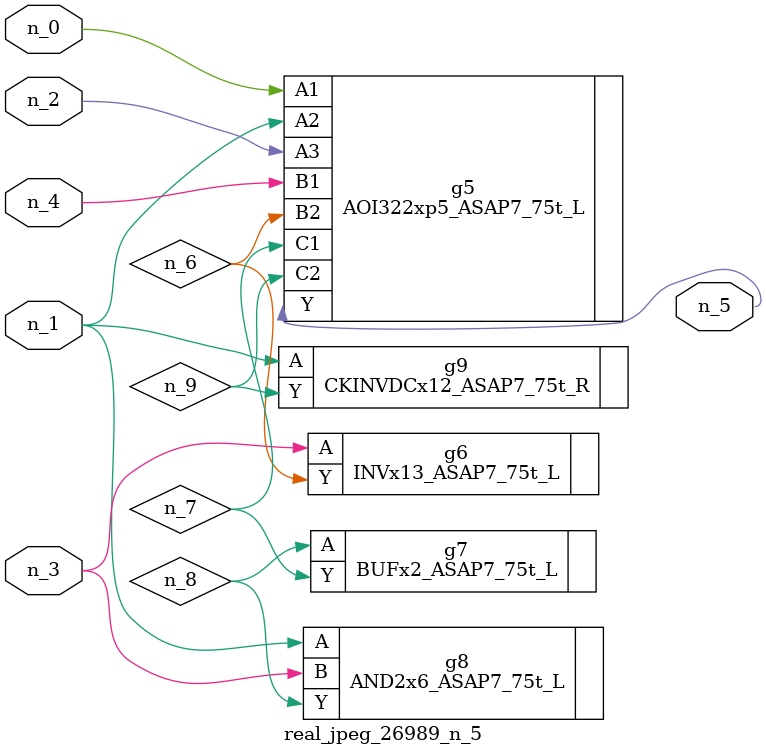
<source format=v>
module real_jpeg_26989_n_5 (n_4, n_0, n_1, n_2, n_3, n_5);

input n_4;
input n_0;
input n_1;
input n_2;
input n_3;

output n_5;

wire n_8;
wire n_6;
wire n_7;
wire n_9;

AOI322xp5_ASAP7_75t_L g5 ( 
.A1(n_0),
.A2(n_1),
.A3(n_2),
.B1(n_4),
.B2(n_6),
.C1(n_7),
.C2(n_9),
.Y(n_5)
);

AND2x6_ASAP7_75t_L g8 ( 
.A(n_1),
.B(n_3),
.Y(n_8)
);

CKINVDCx12_ASAP7_75t_R g9 ( 
.A(n_1),
.Y(n_9)
);

INVx13_ASAP7_75t_L g6 ( 
.A(n_3),
.Y(n_6)
);

BUFx2_ASAP7_75t_L g7 ( 
.A(n_8),
.Y(n_7)
);


endmodule
</source>
